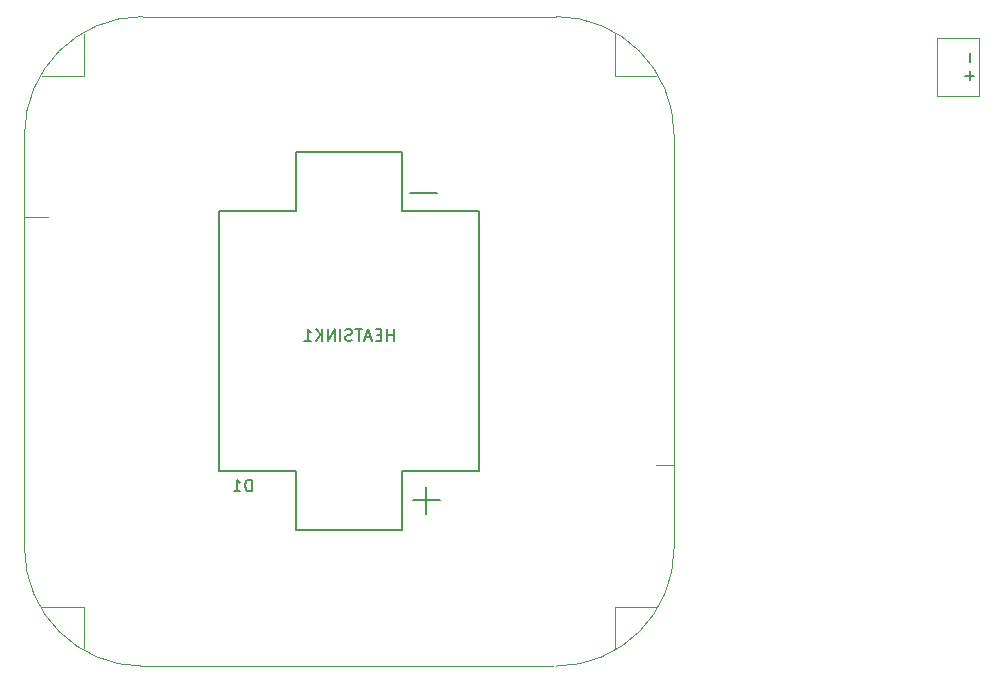
<source format=gbr>
G04 #@! TF.GenerationSoftware,KiCad,Pcbnew,(5.0.0)*
G04 #@! TF.CreationDate,2019-12-04T20:43:09-05:00*
G04 #@! TF.ProjectId,10W White LED,313057205768697465204C45442E6B69,rev?*
G04 #@! TF.SameCoordinates,Original*
G04 #@! TF.FileFunction,Legend,Bot*
G04 #@! TF.FilePolarity,Positive*
%FSLAX46Y46*%
G04 Gerber Fmt 4.6, Leading zero omitted, Abs format (unit mm)*
G04 Created by KiCad (PCBNEW (5.0.0)) date 12/04/19 20:43:09*
%MOMM*%
%LPD*%
G01*
G04 APERTURE LIST*
%ADD10C,0.100000*%
%ADD11C,0.200000*%
%ADD12C,0.150000*%
G04 APERTURE END LIST*
D10*
G04 #@! TO.C,FAN1*
X203300000Y-79200000D02*
X203300000Y-74300000D01*
X199800000Y-79200000D02*
X203300000Y-79200000D01*
X199800000Y-74300000D02*
X199800000Y-79200000D01*
X203300000Y-74300000D02*
X199800000Y-74300000D01*
G04 #@! TO.C,HEATSINK1*
X167500000Y-127500000D02*
G75*
G03X177500000Y-117500000I0J10000000D01*
G01*
X177500000Y-82500000D02*
G75*
G03X167500000Y-72500000I-10000000J0D01*
G01*
X132500000Y-72500000D02*
G75*
G03X122500000Y-82500000I0J-10000000D01*
G01*
X122500000Y-117500000D02*
G75*
G03X132500000Y-127500000I10000000J0D01*
G01*
X177500000Y-82500000D02*
X177500000Y-117500000D01*
X167250000Y-127500000D02*
X132250000Y-127500000D01*
X122500000Y-117500000D02*
X122500000Y-82500000D01*
X132500000Y-72500000D02*
X167500000Y-72500000D01*
X122500000Y-89500000D02*
X124500000Y-89500000D01*
X177500000Y-110500000D02*
X176000000Y-110500000D01*
X172500000Y-77500000D02*
X172500000Y-74000000D01*
X172500000Y-77500000D02*
X176000000Y-77500000D01*
X127500000Y-77500000D02*
X127500000Y-74000000D01*
X127500000Y-77500000D02*
X124000000Y-77500000D01*
X127500000Y-122500000D02*
X124000000Y-122500000D01*
X127500000Y-122500000D02*
X127500000Y-126000000D01*
X172500000Y-122500000D02*
X172500000Y-126000000D01*
X172500000Y-122500000D02*
X176000000Y-122500000D01*
D11*
G04 #@! TO.C,D1*
X154500000Y-84000000D02*
X154500000Y-89000000D01*
X146750000Y-84000000D02*
X154500000Y-84000000D01*
X145500000Y-84000000D02*
X146750000Y-84000000D01*
X145500000Y-88500000D02*
X145500000Y-84000000D01*
X145500000Y-89000000D02*
X145500000Y-88500000D01*
X140000000Y-89000000D02*
X145500000Y-89000000D01*
X139000000Y-89000000D02*
X140000000Y-89000000D01*
X139000000Y-110250000D02*
X139000000Y-89000000D01*
X139000000Y-111000000D02*
X139000000Y-110250000D01*
X145500000Y-111000000D02*
X139000000Y-111000000D01*
X145500000Y-115000000D02*
X145500000Y-111000000D01*
X145500000Y-116000000D02*
X145500000Y-115000000D01*
X154500000Y-116000000D02*
X145500000Y-116000000D01*
X154500000Y-111000000D02*
X154500000Y-116000000D01*
X161000000Y-111000000D02*
X154500000Y-111000000D01*
X161000000Y-89000000D02*
X161000000Y-111000000D01*
X154500000Y-89000000D02*
X161000000Y-89000000D01*
D10*
X153750000Y-84000000D02*
X154500000Y-84000000D01*
G04 #@! TO.C,FAN1*
D12*
X202521428Y-75619047D02*
X202521428Y-76380952D01*
X202521428Y-77119047D02*
X202521428Y-77880952D01*
X202902380Y-77500000D02*
X202140476Y-77500000D01*
G04 #@! TO.C,HEATSINK1*
X153761904Y-99952380D02*
X153761904Y-98952380D01*
X153761904Y-99428571D02*
X153190476Y-99428571D01*
X153190476Y-99952380D02*
X153190476Y-98952380D01*
X152714285Y-99428571D02*
X152380952Y-99428571D01*
X152238095Y-99952380D02*
X152714285Y-99952380D01*
X152714285Y-98952380D01*
X152238095Y-98952380D01*
X151857142Y-99666666D02*
X151380952Y-99666666D01*
X151952380Y-99952380D02*
X151619047Y-98952380D01*
X151285714Y-99952380D01*
X151095238Y-98952380D02*
X150523809Y-98952380D01*
X150809523Y-99952380D02*
X150809523Y-98952380D01*
X150238095Y-99904761D02*
X150095238Y-99952380D01*
X149857142Y-99952380D01*
X149761904Y-99904761D01*
X149714285Y-99857142D01*
X149666666Y-99761904D01*
X149666666Y-99666666D01*
X149714285Y-99571428D01*
X149761904Y-99523809D01*
X149857142Y-99476190D01*
X150047619Y-99428571D01*
X150142857Y-99380952D01*
X150190476Y-99333333D01*
X150238095Y-99238095D01*
X150238095Y-99142857D01*
X150190476Y-99047619D01*
X150142857Y-99000000D01*
X150047619Y-98952380D01*
X149809523Y-98952380D01*
X149666666Y-99000000D01*
X149238095Y-99952380D02*
X149238095Y-98952380D01*
X148761904Y-99952380D02*
X148761904Y-98952380D01*
X148190476Y-99952380D01*
X148190476Y-98952380D01*
X147714285Y-99952380D02*
X147714285Y-98952380D01*
X147142857Y-99952380D02*
X147571428Y-99380952D01*
X147142857Y-98952380D02*
X147714285Y-99523809D01*
X146190476Y-99952380D02*
X146761904Y-99952380D01*
X146476190Y-99952380D02*
X146476190Y-98952380D01*
X146571428Y-99095238D01*
X146666666Y-99190476D01*
X146761904Y-99238095D01*
G04 #@! TO.C,D1*
X141738095Y-112702380D02*
X141738095Y-111702380D01*
X141500000Y-111702380D01*
X141357142Y-111750000D01*
X141261904Y-111845238D01*
X141214285Y-111940476D01*
X141166666Y-112130952D01*
X141166666Y-112273809D01*
X141214285Y-112464285D01*
X141261904Y-112559523D01*
X141357142Y-112654761D01*
X141500000Y-112702380D01*
X141738095Y-112702380D01*
X140214285Y-112702380D02*
X140785714Y-112702380D01*
X140500000Y-112702380D02*
X140500000Y-111702380D01*
X140595238Y-111845238D01*
X140690476Y-111940476D01*
X140785714Y-111988095D01*
X157392857Y-87464285D02*
X155107142Y-87464285D01*
X157642857Y-113464285D02*
X155357142Y-113464285D01*
X156500000Y-114607142D02*
X156500000Y-112321428D01*
G04 #@! TD*
M02*

</source>
